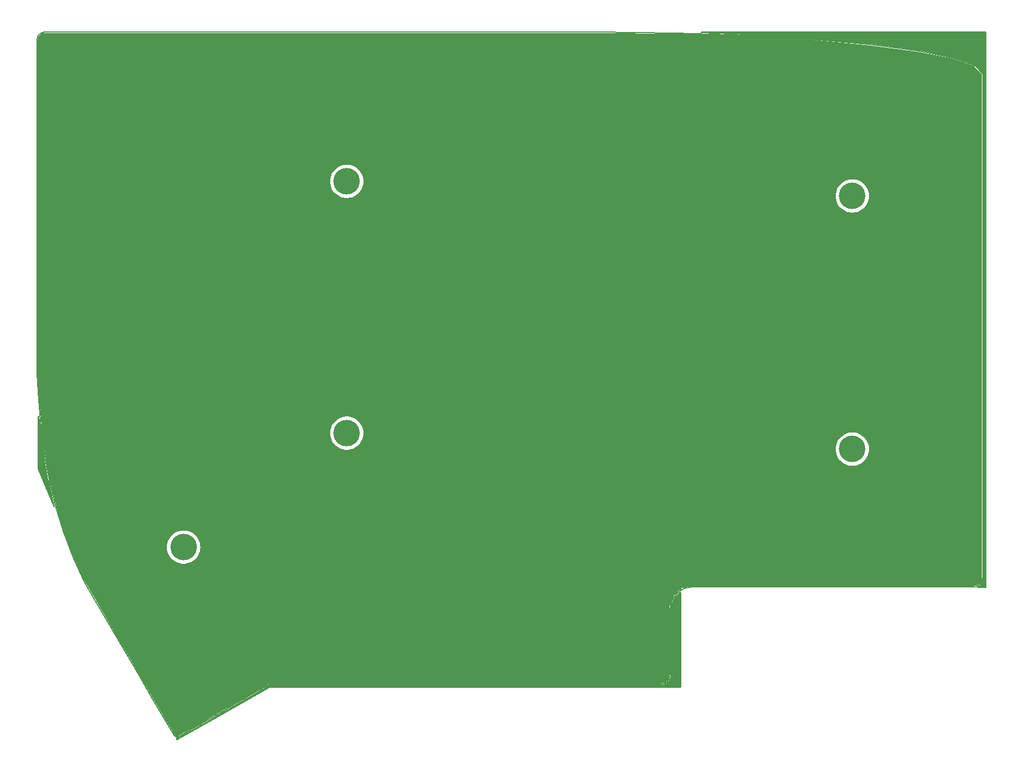
<source format=gtl>
G04 #@! TF.GenerationSoftware,KiCad,Pcbnew,7.0.10*
G04 #@! TF.CreationDate,2024-04-22T20:10:40+02:00*
G04 #@! TF.ProjectId,Lily58_Pro_BOTTOM,4c696c79-3538-45f5-9072-6f5f424f5454,rev?*
G04 #@! TF.SameCoordinates,Original*
G04 #@! TF.FileFunction,Copper,L1,Top*
G04 #@! TF.FilePolarity,Positive*
%FSLAX46Y46*%
G04 Gerber Fmt 4.6, Leading zero omitted, Abs format (unit mm)*
G04 Created by KiCad (PCBNEW 7.0.10) date 2024-04-22 20:10:40*
%MOMM*%
%LPD*%
G01*
G04 APERTURE LIST*
G04 #@! TA.AperFunction,ComponentPad*
%ADD10C,4.000000*%
G04 #@! TD*
G04 #@! TA.AperFunction,Profile*
%ADD11C,0.200000*%
G04 #@! TD*
G04 APERTURE END LIST*
D10*
X129600000Y-59600000D03*
X205800000Y-61800000D03*
X129600000Y-97600000D03*
X205800000Y-100000000D03*
X105000000Y-114800000D03*
G04 #@! TA.AperFunction,Conductor*
G36*
X179929107Y-121557285D02*
G01*
X179981619Y-121605066D01*
X180000000Y-121670595D01*
X180000000Y-135874000D01*
X179979998Y-135942121D01*
X179926342Y-135988614D01*
X179874000Y-136000000D01*
X118000000Y-136000000D01*
X110249623Y-140428787D01*
X104108426Y-143938042D01*
X104039356Y-143954472D01*
X103972369Y-143930953D01*
X103937076Y-143892130D01*
X103824400Y-143698970D01*
X103807353Y-143630051D01*
X103830274Y-143562856D01*
X103885884Y-143518719D01*
X103956528Y-143511655D01*
X103964452Y-143513412D01*
X103971768Y-143515284D01*
X103971768Y-143515283D01*
X103971773Y-143515285D01*
X103972318Y-143515336D01*
X103974257Y-143515618D01*
X103974798Y-143515654D01*
X103976778Y-143515629D01*
X103977304Y-143515648D01*
X103977310Y-143515650D01*
X103986999Y-143514497D01*
X103993789Y-143513878D01*
X104126577Y-143505403D01*
X104137744Y-143505188D01*
X104143601Y-143505335D01*
X104143605Y-143505333D01*
X104148084Y-143504739D01*
X104152483Y-143503752D01*
X104152487Y-143503750D01*
X104152491Y-143503750D01*
X104157940Y-143501586D01*
X104168492Y-143497930D01*
X104303155Y-143457878D01*
X104319384Y-143454198D01*
X104320297Y-143454054D01*
X104320300Y-143454052D01*
X104326546Y-143452024D01*
X104326857Y-143451899D01*
X104332769Y-143449071D01*
X104332769Y-143449070D01*
X104332772Y-143449070D01*
X104333525Y-143448550D01*
X104347833Y-143440026D01*
X104481123Y-143372131D01*
X104493025Y-143366826D01*
X104493331Y-143366707D01*
X104493337Y-143366706D01*
X104501844Y-143361779D01*
X104507783Y-143358552D01*
X104516553Y-143354085D01*
X104516552Y-143354085D01*
X104516557Y-143354083D01*
X104516560Y-143354079D01*
X104516834Y-143353881D01*
X104527764Y-143346773D01*
X106196581Y-142380618D01*
X106196581Y-142380617D01*
X106216537Y-142369064D01*
X106216544Y-142369057D01*
X107872276Y-141410479D01*
X107872275Y-141410479D01*
X109547970Y-140440341D01*
X109547970Y-140440340D01*
X109567926Y-140428787D01*
X109567933Y-140428780D01*
X111223665Y-139470202D01*
X111223665Y-139470201D01*
X111243621Y-139458648D01*
X111243628Y-139458641D01*
X112899359Y-138500063D01*
X112899359Y-138500062D01*
X112919315Y-138488509D01*
X112919322Y-138488502D01*
X114575054Y-137529924D01*
X114575054Y-137529923D01*
X114595010Y-137518370D01*
X114595017Y-137518363D01*
X116250748Y-136559785D01*
X116250748Y-136559784D01*
X116270704Y-136548231D01*
X116270711Y-136548224D01*
X117858270Y-135629113D01*
X117921400Y-135612158D01*
X125216778Y-135612158D01*
X132586300Y-135612158D01*
X139955821Y-135612158D01*
X147325343Y-135612158D01*
X154694865Y-135612158D01*
X162064387Y-135612158D01*
X169433909Y-135612158D01*
X176795037Y-135612158D01*
X176803654Y-135613082D01*
X176803677Y-135612685D01*
X176813572Y-135613247D01*
X176813574Y-135613246D01*
X176813576Y-135613247D01*
X176818106Y-135612790D01*
X176830725Y-135612158D01*
X176835267Y-135612158D01*
X176845067Y-135610605D01*
X176845129Y-135611001D01*
X176853607Y-135609216D01*
X177119090Y-135582495D01*
X177133405Y-135581875D01*
X177136406Y-135581916D01*
X177136411Y-135581914D01*
X177142148Y-135581085D01*
X177147739Y-135579613D01*
X177147740Y-135579612D01*
X177147745Y-135579612D01*
X177150512Y-135578394D01*
X177163927Y-135573381D01*
X177420494Y-135493825D01*
X177434913Y-135490271D01*
X177435385Y-135490183D01*
X177437428Y-135489806D01*
X177437431Y-135489804D01*
X177443073Y-135487810D01*
X177448463Y-135485155D01*
X177448464Y-135485154D01*
X177448468Y-135485153D01*
X177450557Y-135483677D01*
X177463147Y-135475853D01*
X177694126Y-135350563D01*
X177707984Y-135344102D01*
X177709981Y-135343315D01*
X177709982Y-135343313D01*
X177715309Y-135340173D01*
X177720209Y-135336415D01*
X177720218Y-135336411D01*
X177721700Y-135334849D01*
X177732865Y-135324436D01*
X177933487Y-135158944D01*
X177945981Y-135149868D01*
X177947659Y-135148801D01*
X177947662Y-135148796D01*
X177947665Y-135148795D01*
X177952346Y-135144656D01*
X177956485Y-135139975D01*
X177956486Y-135139972D01*
X177956491Y-135139969D01*
X177957558Y-135138291D01*
X177966634Y-135125797D01*
X178132118Y-134925185D01*
X178142542Y-134914009D01*
X178143043Y-134913532D01*
X178144100Y-134912529D01*
X178144103Y-134912522D01*
X178147861Y-134907622D01*
X178151003Y-134902293D01*
X178151002Y-134902293D01*
X178151004Y-134902292D01*
X178151791Y-134900295D01*
X178158255Y-134886432D01*
X178283536Y-134655468D01*
X178291373Y-134642858D01*
X178292841Y-134640779D01*
X178292842Y-134640778D01*
X178292842Y-134640775D01*
X178295495Y-134635391D01*
X178297493Y-134629742D01*
X178297493Y-134629740D01*
X178297495Y-134629737D01*
X178297959Y-134627225D01*
X178301507Y-134612830D01*
X178381069Y-134356244D01*
X178386088Y-134342814D01*
X178387302Y-134340056D01*
X178387302Y-134340049D01*
X178388775Y-134334457D01*
X178389604Y-134328721D01*
X178389606Y-134328716D01*
X178389565Y-134325716D01*
X178390185Y-134311401D01*
X178413643Y-134078345D01*
X178419178Y-134052029D01*
X178419848Y-134049969D01*
X178419848Y-134023035D01*
X178420481Y-134010416D01*
X178420937Y-134005882D01*
X178420375Y-133995987D01*
X178420772Y-133995964D01*
X178419848Y-133987347D01*
X178419848Y-124301111D01*
X178420481Y-124288493D01*
X178423803Y-124255490D01*
X178488106Y-123616615D01*
X178493123Y-123591933D01*
X178683558Y-122977779D01*
X178693150Y-122955022D01*
X178994582Y-122399316D01*
X179008131Y-122379227D01*
X179407587Y-121894979D01*
X179424596Y-121877970D01*
X179793823Y-121573396D01*
X179859099Y-121545479D01*
X179929107Y-121557285D01*
G37*
G04 #@! TD.AperFunction*
G04 #@! TA.AperFunction,Conductor*
G36*
X167251074Y-37187269D02*
G01*
X178985972Y-37316120D01*
X178988679Y-37316181D01*
X189913313Y-37685720D01*
X189916473Y-37685867D01*
X199798311Y-38270610D01*
X199802059Y-38270890D01*
X208407070Y-39045234D01*
X208412250Y-39045810D01*
X215505001Y-39983796D01*
X215513278Y-39985173D01*
X220853958Y-41059247D01*
X220870917Y-41063911D01*
X224192002Y-42232306D01*
X224242787Y-42265720D01*
X225326104Y-43439841D01*
X225357597Y-43503470D01*
X225359500Y-43525283D01*
X225359500Y-119278346D01*
X225358867Y-119290965D01*
X225331836Y-119559518D01*
X225326816Y-119584216D01*
X225252831Y-119822816D01*
X225243240Y-119845576D01*
X225126100Y-120061530D01*
X225112545Y-120081628D01*
X224957210Y-120269935D01*
X224940190Y-120286954D01*
X224751897Y-120442276D01*
X224731796Y-120455833D01*
X224515841Y-120572974D01*
X224493082Y-120582566D01*
X224316269Y-120637392D01*
X224254478Y-120656552D01*
X224229782Y-120661572D01*
X223961240Y-120688602D01*
X223948621Y-120689235D01*
X181843658Y-120689235D01*
X181835040Y-120688309D01*
X181835018Y-120688709D01*
X181825120Y-120688146D01*
X181825119Y-120688146D01*
X181820590Y-120688602D01*
X181807972Y-120689235D01*
X181803431Y-120689235D01*
X181803428Y-120689235D01*
X181793642Y-120690786D01*
X181793579Y-120690392D01*
X181785103Y-120692173D01*
X181116284Y-120759491D01*
X181101979Y-120760113D01*
X181098964Y-120760072D01*
X181093221Y-120760902D01*
X181087616Y-120762378D01*
X181084849Y-120763596D01*
X181071434Y-120768608D01*
X180439317Y-120964613D01*
X180424927Y-120968163D01*
X180422401Y-120968630D01*
X180416736Y-120970633D01*
X180411357Y-120973284D01*
X180409257Y-120974767D01*
X180396676Y-120982582D01*
X180392680Y-120984750D01*
X180332595Y-121000000D01*
X180000000Y-121000000D01*
X180000000Y-121122755D01*
X179979998Y-121190876D01*
X179934077Y-121233510D01*
X179825949Y-121292162D01*
X179812105Y-121298619D01*
X179810099Y-121299410D01*
X179804771Y-121302550D01*
X179799857Y-121306318D01*
X179798377Y-121307877D01*
X179787202Y-121318297D01*
X179290673Y-121727883D01*
X179278173Y-121736965D01*
X179276491Y-121738035D01*
X179271801Y-121742181D01*
X179267652Y-121746875D01*
X179266581Y-121748557D01*
X179257501Y-121761052D01*
X178847913Y-122257585D01*
X178837494Y-122268760D01*
X178835931Y-122270244D01*
X178832162Y-122275160D01*
X178829022Y-122280487D01*
X178828227Y-122282503D01*
X178821774Y-122296338D01*
X178512196Y-122867061D01*
X178504376Y-122879650D01*
X178502897Y-122881744D01*
X178500241Y-122887134D01*
X178498243Y-122892785D01*
X178497776Y-122895313D01*
X178494225Y-122909709D01*
X178298220Y-123541823D01*
X178293210Y-123555233D01*
X178291991Y-123558003D01*
X178290516Y-123563605D01*
X178289685Y-123569351D01*
X178289726Y-123572367D01*
X178289104Y-123586672D01*
X178221786Y-124255490D01*
X178220005Y-124263966D01*
X178220399Y-124264029D01*
X178218848Y-124273821D01*
X178218848Y-124278358D01*
X178218215Y-124290975D01*
X178217759Y-124295505D01*
X178218322Y-124305406D01*
X178217922Y-124305428D01*
X178218848Y-124314046D01*
X178218848Y-134000279D01*
X178218215Y-134012898D01*
X178191185Y-134281440D01*
X178186165Y-134306139D01*
X178112179Y-134544740D01*
X178102588Y-134567499D01*
X177985446Y-134783457D01*
X177971891Y-134803554D01*
X177816565Y-134991851D01*
X177799545Y-135008871D01*
X177611244Y-135164200D01*
X177591144Y-135177757D01*
X177375185Y-135294901D01*
X177352423Y-135304493D01*
X177113829Y-135378474D01*
X177089132Y-135383493D01*
X176820589Y-135410524D01*
X176807970Y-135411158D01*
X117912594Y-135411158D01*
X117893141Y-135407035D01*
X117893083Y-135407602D01*
X117873233Y-135405540D01*
X117873232Y-135405540D01*
X117825733Y-135415695D01*
X117821691Y-135417252D01*
X117803404Y-135425406D01*
X117801064Y-135426166D01*
X117784920Y-135437896D01*
X117783886Y-135436473D01*
X117773176Y-135446121D01*
X116916451Y-135942121D01*
X116150040Y-136385833D01*
X116150039Y-136385834D01*
X114474346Y-137355973D01*
X112798651Y-138326111D01*
X112798650Y-138326112D01*
X111122957Y-139296251D01*
X109447262Y-140266389D01*
X109447261Y-140266390D01*
X107771568Y-141236529D01*
X107771567Y-141236529D01*
X106095871Y-142206666D01*
X106095872Y-142206667D01*
X104411669Y-143181732D01*
X104405727Y-143184962D01*
X104261663Y-143258344D01*
X104240396Y-143266841D01*
X104126121Y-143300831D01*
X104098223Y-143305804D01*
X104004350Y-143311794D01*
X103971810Y-143309642D01*
X103891844Y-143293780D01*
X103860123Y-143282942D01*
X103783898Y-143244924D01*
X103758455Y-143228109D01*
X103679861Y-143161189D01*
X103662336Y-143142926D01*
X103582135Y-143040461D01*
X103571059Y-143023712D01*
X103498248Y-142891847D01*
X103495302Y-142885561D01*
X103493219Y-142881998D01*
X103486573Y-142870631D01*
X103485106Y-142868051D01*
X103478710Y-142856465D01*
X103478707Y-142856462D01*
X103476724Y-142852870D01*
X103472814Y-142847095D01*
X103200104Y-142380618D01*
X102001536Y-140330436D01*
X101825985Y-140030150D01*
X101825985Y-140030149D01*
X100121683Y-137114896D01*
X100121680Y-137114892D01*
X98474596Y-134297511D01*
X98474596Y-134297510D01*
X96770294Y-131382257D01*
X96770291Y-131382253D01*
X95123207Y-128564872D01*
X95123207Y-128564871D01*
X93418905Y-125649618D01*
X93418902Y-125649614D01*
X91771818Y-122832233D01*
X91771818Y-122832232D01*
X90084806Y-119946554D01*
X90079262Y-119935944D01*
X89768506Y-119265431D01*
X89133310Y-117894875D01*
X89131149Y-117889933D01*
X87858826Y-114800006D01*
X102486540Y-114800006D01*
X102506357Y-115115007D01*
X102506359Y-115115024D01*
X102565504Y-115425067D01*
X102565507Y-115425080D01*
X102663039Y-115725254D01*
X102663044Y-115725266D01*
X102797438Y-116010869D01*
X102797440Y-116010872D01*
X102797443Y-116010878D01*
X102966562Y-116277368D01*
X103167763Y-116520578D01*
X103167766Y-116520580D01*
X103167767Y-116520582D01*
X103397860Y-116736654D01*
X103653221Y-116922184D01*
X103929821Y-117074247D01*
X104223298Y-117190443D01*
X104529025Y-117268940D01*
X104529033Y-117268941D01*
X104529032Y-117268941D01*
X104693129Y-117289670D01*
X104842179Y-117308500D01*
X104842183Y-117308500D01*
X105157817Y-117308500D01*
X105157821Y-117308500D01*
X105470975Y-117268940D01*
X105776702Y-117190443D01*
X106070179Y-117074247D01*
X106346779Y-116922184D01*
X106602140Y-116736654D01*
X106832233Y-116520582D01*
X107033432Y-116277375D01*
X107033434Y-116277370D01*
X107033437Y-116277368D01*
X107202556Y-116010878D01*
X107202562Y-116010869D01*
X107336956Y-115725266D01*
X107434495Y-115425072D01*
X107493641Y-115115020D01*
X107513460Y-114800000D01*
X107493641Y-114484980D01*
X107434495Y-114174928D01*
X107336956Y-113874734D01*
X107202562Y-113589131D01*
X107202556Y-113589121D01*
X107033437Y-113322631D01*
X106832236Y-113079421D01*
X106602139Y-112863345D01*
X106346781Y-112677817D01*
X106164915Y-112577835D01*
X106070179Y-112525753D01*
X105776702Y-112409557D01*
X105470975Y-112331060D01*
X105470970Y-112331059D01*
X105470965Y-112331058D01*
X105470967Y-112331058D01*
X105157835Y-112291501D01*
X105157824Y-112291500D01*
X105157821Y-112291500D01*
X104842179Y-112291500D01*
X104842176Y-112291500D01*
X104842164Y-112291501D01*
X104529033Y-112331058D01*
X104223301Y-112409556D01*
X103929821Y-112525753D01*
X103653218Y-112677817D01*
X103397861Y-112863345D01*
X103397860Y-112863345D01*
X103167763Y-113079421D01*
X102966562Y-113322631D01*
X102797443Y-113589121D01*
X102797436Y-113589135D01*
X102663044Y-113874732D01*
X102663039Y-113874745D01*
X102565507Y-114174919D01*
X102565504Y-114174932D01*
X102506359Y-114484975D01*
X102506357Y-114484992D01*
X102486540Y-114799993D01*
X102486540Y-114800006D01*
X87858826Y-114800006D01*
X87474754Y-113867260D01*
X87473421Y-113863882D01*
X86959803Y-112502265D01*
X86957102Y-112494310D01*
X86931444Y-112409557D01*
X85786165Y-108626524D01*
X85784196Y-108619233D01*
X84846271Y-104677941D01*
X84844871Y-104671255D01*
X84537307Y-102975075D01*
X84120835Y-100678275D01*
X84119898Y-100672282D01*
X83715654Y-97600006D01*
X127086540Y-97600006D01*
X127106357Y-97915007D01*
X127106359Y-97915024D01*
X127165504Y-98225067D01*
X127165507Y-98225080D01*
X127263039Y-98525254D01*
X127263044Y-98525266D01*
X127397438Y-98810869D01*
X127397440Y-98810872D01*
X127397443Y-98810878D01*
X127566562Y-99077368D01*
X127767763Y-99320578D01*
X127767766Y-99320580D01*
X127767767Y-99320582D01*
X127997860Y-99536654D01*
X128253221Y-99722184D01*
X128529821Y-99874247D01*
X128823298Y-99990443D01*
X129129025Y-100068940D01*
X129129033Y-100068941D01*
X129129032Y-100068941D01*
X129293129Y-100089670D01*
X129442179Y-100108500D01*
X129442183Y-100108500D01*
X129757817Y-100108500D01*
X129757821Y-100108500D01*
X130070975Y-100068940D01*
X130339456Y-100000006D01*
X203286540Y-100000006D01*
X203306357Y-100315007D01*
X203306359Y-100315024D01*
X203365504Y-100625067D01*
X203365507Y-100625080D01*
X203463039Y-100925254D01*
X203463044Y-100925266D01*
X203597438Y-101210869D01*
X203597440Y-101210872D01*
X203597443Y-101210878D01*
X203766562Y-101477368D01*
X203967763Y-101720578D01*
X203967766Y-101720580D01*
X203967767Y-101720582D01*
X204197860Y-101936654D01*
X204453221Y-102122184D01*
X204729821Y-102274247D01*
X205023298Y-102390443D01*
X205329025Y-102468940D01*
X205329033Y-102468941D01*
X205329032Y-102468941D01*
X205493129Y-102489670D01*
X205642179Y-102508500D01*
X205642183Y-102508500D01*
X205957817Y-102508500D01*
X205957821Y-102508500D01*
X206270975Y-102468940D01*
X206576702Y-102390443D01*
X206870179Y-102274247D01*
X207146779Y-102122184D01*
X207402140Y-101936654D01*
X207632233Y-101720582D01*
X207833432Y-101477375D01*
X207833434Y-101477370D01*
X207833437Y-101477368D01*
X208002556Y-101210878D01*
X208002562Y-101210869D01*
X208136956Y-100925266D01*
X208234495Y-100625072D01*
X208293641Y-100315020D01*
X208313460Y-100000000D01*
X208305548Y-99874247D01*
X208293642Y-99684992D01*
X208293640Y-99684975D01*
X208265346Y-99536654D01*
X208234495Y-99374928D01*
X208216836Y-99320578D01*
X208136960Y-99074745D01*
X208136955Y-99074732D01*
X208002562Y-98789131D01*
X208002556Y-98789121D01*
X207833437Y-98522631D01*
X207632236Y-98279421D01*
X207402139Y-98063345D01*
X207146781Y-97877817D01*
X207104385Y-97854509D01*
X206870179Y-97725753D01*
X206576702Y-97609557D01*
X206270975Y-97531060D01*
X206270970Y-97531059D01*
X206270965Y-97531058D01*
X206270967Y-97531058D01*
X205957835Y-97491501D01*
X205957824Y-97491500D01*
X205957821Y-97491500D01*
X205642179Y-97491500D01*
X205642176Y-97491500D01*
X205642164Y-97491501D01*
X205329033Y-97531058D01*
X205023301Y-97609556D01*
X204729821Y-97725753D01*
X204453218Y-97877817D01*
X204197861Y-98063345D01*
X204197860Y-98063345D01*
X203967763Y-98279421D01*
X203766562Y-98522631D01*
X203597443Y-98789121D01*
X203597436Y-98789135D01*
X203463044Y-99074732D01*
X203463039Y-99074745D01*
X203365507Y-99374919D01*
X203365504Y-99374932D01*
X203306359Y-99684975D01*
X203306357Y-99684992D01*
X203286540Y-99999993D01*
X203286540Y-100000006D01*
X130339456Y-100000006D01*
X130376702Y-99990443D01*
X130670179Y-99874247D01*
X130946779Y-99722184D01*
X131202140Y-99536654D01*
X131432233Y-99320582D01*
X131633432Y-99077375D01*
X131633434Y-99077370D01*
X131633437Y-99077368D01*
X131802556Y-98810878D01*
X131802562Y-98810869D01*
X131936956Y-98525266D01*
X132034495Y-98225072D01*
X132093641Y-97915020D01*
X132095982Y-97877816D01*
X132113460Y-97600006D01*
X132113460Y-97599993D01*
X132093642Y-97284992D01*
X132093640Y-97284975D01*
X132034495Y-96974928D01*
X132019768Y-96929605D01*
X131936960Y-96674745D01*
X131936955Y-96674732D01*
X131802562Y-96389131D01*
X131802556Y-96389121D01*
X131633437Y-96122631D01*
X131432236Y-95879421D01*
X131202139Y-95663345D01*
X130946781Y-95477817D01*
X130904385Y-95454509D01*
X130670179Y-95325753D01*
X130376702Y-95209557D01*
X130070975Y-95131060D01*
X130070970Y-95131059D01*
X130070965Y-95131058D01*
X130070967Y-95131058D01*
X129757835Y-95091501D01*
X129757824Y-95091500D01*
X129757821Y-95091500D01*
X129442179Y-95091500D01*
X129442176Y-95091500D01*
X129442164Y-95091501D01*
X129129033Y-95131058D01*
X128823301Y-95209556D01*
X128529821Y-95325753D01*
X128253218Y-95477817D01*
X127997861Y-95663345D01*
X127997860Y-95663345D01*
X127767763Y-95879421D01*
X127566562Y-96122631D01*
X127397443Y-96389121D01*
X127397436Y-96389135D01*
X127263044Y-96674732D01*
X127263039Y-96674745D01*
X127165507Y-96974919D01*
X127165504Y-96974932D01*
X127106359Y-97284975D01*
X127106357Y-97284992D01*
X127086540Y-97599993D01*
X127086540Y-97600006D01*
X83715654Y-97600006D01*
X83590575Y-96649395D01*
X83589983Y-96643987D01*
X83567613Y-96389121D01*
X83236182Y-92613084D01*
X83235856Y-92608326D01*
X83038180Y-88587876D01*
X83038028Y-88581688D01*
X83038028Y-59600006D01*
X127086540Y-59600006D01*
X127106357Y-59915007D01*
X127106359Y-59915024D01*
X127165504Y-60225067D01*
X127165507Y-60225080D01*
X127263039Y-60525254D01*
X127263044Y-60525267D01*
X127293096Y-60589131D01*
X127397438Y-60810869D01*
X127397440Y-60810872D01*
X127397443Y-60810878D01*
X127566562Y-61077368D01*
X127767763Y-61320578D01*
X127767766Y-61320580D01*
X127767767Y-61320582D01*
X127997860Y-61536654D01*
X128253221Y-61722184D01*
X128529821Y-61874247D01*
X128823298Y-61990443D01*
X129129025Y-62068940D01*
X129129033Y-62068941D01*
X129129032Y-62068941D01*
X129293129Y-62089670D01*
X129442179Y-62108500D01*
X129442183Y-62108500D01*
X129757817Y-62108500D01*
X129757821Y-62108500D01*
X130070975Y-62068940D01*
X130376702Y-61990443D01*
X130670179Y-61874247D01*
X130805222Y-61800006D01*
X203286540Y-61800006D01*
X203306357Y-62115007D01*
X203306359Y-62115024D01*
X203365504Y-62425067D01*
X203365507Y-62425080D01*
X203463039Y-62725254D01*
X203463044Y-62725266D01*
X203597438Y-63010869D01*
X203597440Y-63010872D01*
X203597443Y-63010878D01*
X203766562Y-63277368D01*
X203967763Y-63520578D01*
X203967766Y-63520580D01*
X203967767Y-63520582D01*
X204197860Y-63736654D01*
X204453221Y-63922184D01*
X204729821Y-64074247D01*
X205023298Y-64190443D01*
X205329025Y-64268940D01*
X205329033Y-64268941D01*
X205329032Y-64268941D01*
X205493129Y-64289670D01*
X205642179Y-64308500D01*
X205642183Y-64308500D01*
X205957817Y-64308500D01*
X205957821Y-64308500D01*
X206270975Y-64268940D01*
X206576702Y-64190443D01*
X206870179Y-64074247D01*
X207146779Y-63922184D01*
X207402140Y-63736654D01*
X207632233Y-63520582D01*
X207833432Y-63277375D01*
X207833434Y-63277370D01*
X207833437Y-63277368D01*
X208002556Y-63010878D01*
X208002562Y-63010869D01*
X208136956Y-62725266D01*
X208234495Y-62425072D01*
X208293641Y-62115020D01*
X208294051Y-62108500D01*
X208313460Y-61800006D01*
X208313460Y-61799993D01*
X208293642Y-61484992D01*
X208293640Y-61484975D01*
X208262279Y-61320578D01*
X208234495Y-61174928D01*
X208136956Y-60874734D01*
X208002562Y-60589131D01*
X207962033Y-60525267D01*
X207833437Y-60322631D01*
X207632236Y-60079421D01*
X207402139Y-59863345D01*
X207146781Y-59677817D01*
X207005220Y-59599993D01*
X206870179Y-59525753D01*
X206576702Y-59409557D01*
X206270975Y-59331060D01*
X206270970Y-59331059D01*
X206270965Y-59331058D01*
X206270967Y-59331058D01*
X205957835Y-59291501D01*
X205957824Y-59291500D01*
X205957821Y-59291500D01*
X205642179Y-59291500D01*
X205642176Y-59291500D01*
X205642164Y-59291501D01*
X205329033Y-59331058D01*
X205023301Y-59409556D01*
X204729821Y-59525753D01*
X204453218Y-59677817D01*
X204197861Y-59863345D01*
X204197860Y-59863345D01*
X203967763Y-60079421D01*
X203766562Y-60322631D01*
X203597443Y-60589121D01*
X203597436Y-60589135D01*
X203463044Y-60874732D01*
X203463039Y-60874745D01*
X203365507Y-61174919D01*
X203365504Y-61174932D01*
X203306359Y-61484975D01*
X203306357Y-61484992D01*
X203286540Y-61799993D01*
X203286540Y-61800006D01*
X130805222Y-61800006D01*
X130946779Y-61722184D01*
X131202140Y-61536654D01*
X131432233Y-61320582D01*
X131633432Y-61077375D01*
X131633434Y-61077370D01*
X131633437Y-61077368D01*
X131802556Y-60810878D01*
X131802562Y-60810869D01*
X131936956Y-60525266D01*
X132034495Y-60225072D01*
X132093641Y-59915020D01*
X132096892Y-59863345D01*
X132113460Y-59600006D01*
X132113460Y-59599993D01*
X132093642Y-59284992D01*
X132093640Y-59284975D01*
X132034495Y-58974928D01*
X131936956Y-58674734D01*
X131802562Y-58389131D01*
X131802556Y-58389121D01*
X131633437Y-58122631D01*
X131432236Y-57879421D01*
X131202139Y-57663345D01*
X130946781Y-57477817D01*
X130904385Y-57454509D01*
X130670179Y-57325753D01*
X130376702Y-57209557D01*
X130070975Y-57131060D01*
X130070970Y-57131059D01*
X130070965Y-57131058D01*
X130070967Y-57131058D01*
X129757835Y-57091501D01*
X129757824Y-57091500D01*
X129757821Y-57091500D01*
X129442179Y-57091500D01*
X129442176Y-57091500D01*
X129442164Y-57091501D01*
X129129033Y-57131058D01*
X128823301Y-57209556D01*
X128529821Y-57325753D01*
X128253218Y-57477817D01*
X127997861Y-57663345D01*
X127997860Y-57663345D01*
X127767763Y-57879421D01*
X127566562Y-58122631D01*
X127397443Y-58389121D01*
X127397436Y-58389135D01*
X127263044Y-58674732D01*
X127263039Y-58674745D01*
X127165507Y-58974919D01*
X127165504Y-58974932D01*
X127106359Y-59284975D01*
X127106357Y-59284992D01*
X127086540Y-59599993D01*
X127086540Y-59600006D01*
X83038028Y-59600006D01*
X83038028Y-38154913D01*
X83038661Y-38142295D01*
X83045769Y-38071677D01*
X83057238Y-37957722D01*
X83062258Y-37933026D01*
X83069257Y-37910454D01*
X83110040Y-37778923D01*
X83119627Y-37756175D01*
X83195311Y-37616649D01*
X83208868Y-37596550D01*
X83300133Y-37485912D01*
X83309269Y-37474836D01*
X83326283Y-37457821D01*
X83448007Y-37357411D01*
X83468089Y-37343867D01*
X83607619Y-37268182D01*
X83630365Y-37258596D01*
X83784486Y-37210806D01*
X83809168Y-37205790D01*
X83965069Y-37190099D01*
X83986970Y-37187895D01*
X83999587Y-37187262D01*
X94380127Y-37187262D01*
X104787960Y-37187262D01*
X115195794Y-37187262D01*
X125603628Y-37187262D01*
X136011462Y-37187262D01*
X146419296Y-37187262D01*
X156827130Y-37187262D01*
X167249692Y-37187262D01*
X167251074Y-37187269D01*
G37*
G04 #@! TD.AperFunction*
G04 #@! TA.AperFunction,Conductor*
G36*
X225942121Y-37020002D02*
G01*
X225988614Y-37073658D01*
X226000000Y-37126000D01*
X226000000Y-120874000D01*
X225979998Y-120942121D01*
X225926342Y-120988614D01*
X225874000Y-121000000D01*
X224649385Y-121000000D01*
X224581264Y-120979998D01*
X224534771Y-120926342D01*
X224524667Y-120856068D01*
X224554161Y-120791488D01*
X224581831Y-120770134D01*
X224581003Y-120768962D01*
X224589116Y-120763230D01*
X224589120Y-120763229D01*
X224591209Y-120761753D01*
X224603799Y-120753929D01*
X224834778Y-120628639D01*
X224848636Y-120622178D01*
X224850633Y-120621391D01*
X224850634Y-120621389D01*
X224855961Y-120618249D01*
X224860866Y-120614489D01*
X224860865Y-120614489D01*
X224860870Y-120614487D01*
X224862358Y-120612919D01*
X224873520Y-120602511D01*
X225074126Y-120437030D01*
X225086634Y-120427945D01*
X225088310Y-120426879D01*
X225088314Y-120426874D01*
X225092994Y-120422737D01*
X225097137Y-120418050D01*
X225097136Y-120418050D01*
X225097142Y-120418046D01*
X225098205Y-120416375D01*
X225107297Y-120403860D01*
X225203733Y-120286954D01*
X225272773Y-120203259D01*
X225283203Y-120192076D01*
X225284752Y-120190606D01*
X225284755Y-120190599D01*
X225288518Y-120185691D01*
X225291652Y-120180376D01*
X225291652Y-120180374D01*
X225291657Y-120180369D01*
X225292450Y-120178356D01*
X225298899Y-120164522D01*
X225424188Y-119933545D01*
X225432025Y-119920935D01*
X225433493Y-119918856D01*
X225433494Y-119918855D01*
X225433494Y-119918852D01*
X225436147Y-119913468D01*
X225438145Y-119907819D01*
X225438145Y-119907817D01*
X225438147Y-119907814D01*
X225438611Y-119905302D01*
X225442159Y-119890907D01*
X225521723Y-119634313D01*
X225526732Y-119620907D01*
X225527953Y-119618133D01*
X225527953Y-119618128D01*
X225529425Y-119612535D01*
X225530254Y-119606799D01*
X225530257Y-119606792D01*
X225530216Y-119603792D01*
X225530836Y-119589478D01*
X225557558Y-119323990D01*
X225559343Y-119315514D01*
X225558947Y-119315452D01*
X225560500Y-119305650D01*
X225560500Y-119301101D01*
X225561133Y-119288482D01*
X225561588Y-119283963D01*
X225561586Y-119283956D01*
X225561025Y-119274068D01*
X225561424Y-119274045D01*
X225560500Y-119265431D01*
X225560500Y-43459163D01*
X225562944Y-43434468D01*
X225564950Y-43424432D01*
X225556842Y-43406802D01*
X225551488Y-43393103D01*
X225545490Y-43374643D01*
X225537203Y-43368622D01*
X225518660Y-43352128D01*
X224387904Y-42126589D01*
X224379031Y-42111022D01*
X224376772Y-42112582D01*
X224365434Y-42096159D01*
X224365434Y-42096158D01*
X224355102Y-42088263D01*
X224345144Y-42079187D01*
X224341497Y-42076307D01*
X224326895Y-42066698D01*
X224322811Y-42064491D01*
X224310511Y-42058926D01*
X224299180Y-42052566D01*
X224279617Y-42048656D01*
X224280154Y-42045969D01*
X224262346Y-42043978D01*
X222423355Y-41396999D01*
X220941336Y-40875608D01*
X220929267Y-40870139D01*
X220924737Y-40868457D01*
X220924680Y-40868446D01*
X220907712Y-40863779D01*
X220907659Y-40863760D01*
X220902921Y-40862891D01*
X220889734Y-40861417D01*
X215569171Y-39791390D01*
X215558148Y-39788651D01*
X215554652Y-39787612D01*
X215548577Y-39786809D01*
X215546365Y-39786516D01*
X215538081Y-39785137D01*
X215529907Y-39783494D01*
X215529897Y-39783492D01*
X215526249Y-39783341D01*
X215514960Y-39782362D01*
X208457689Y-38849069D01*
X208446924Y-38847009D01*
X208434464Y-38845887D01*
X208429252Y-38845308D01*
X208416851Y-38843668D01*
X208405901Y-38843317D01*
X199840819Y-38072565D01*
X199832489Y-38071282D01*
X199817052Y-38070368D01*
X199813211Y-38070081D01*
X199797810Y-38068695D01*
X199789368Y-38068729D01*
X189949899Y-37486494D01*
X189942825Y-37485605D01*
X189925787Y-37485027D01*
X189922629Y-37484880D01*
X189905631Y-37483875D01*
X189898482Y-37484104D01*
X183034708Y-37251928D01*
X182967303Y-37229634D01*
X182922650Y-37174438D01*
X182914928Y-37103862D01*
X182946587Y-37040315D01*
X183007577Y-37003973D01*
X183038968Y-37000000D01*
X225874000Y-37000000D01*
X225942121Y-37020002D01*
G37*
G04 #@! TD.AperFunction*
G04 #@! TA.AperFunction,Conductor*
G36*
X83208512Y-95002415D02*
G01*
X83246896Y-95062141D01*
X83251517Y-95086622D01*
X83388088Y-96642605D01*
X83388435Y-96653905D01*
X83390018Y-96665929D01*
X83390612Y-96671352D01*
X83391669Y-96683401D01*
X83393775Y-96694491D01*
X83918217Y-100680279D01*
X83919168Y-100692678D01*
X83921103Y-100703351D01*
X83922045Y-100709373D01*
X83923462Y-100720137D01*
X83926343Y-100732244D01*
X84643938Y-104689705D01*
X84645590Y-104702532D01*
X84645628Y-104703026D01*
X84645628Y-104703028D01*
X84647894Y-104712552D01*
X84649290Y-104719215D01*
X84651035Y-104728841D01*
X84651192Y-104729288D01*
X84654836Y-104741722D01*
X85567900Y-108578546D01*
X85564212Y-108649447D01*
X85522777Y-108707098D01*
X85456752Y-108733197D01*
X85387097Y-108719456D01*
X85335929Y-108670238D01*
X85328814Y-108655690D01*
X83009491Y-103023049D01*
X83000000Y-102975075D01*
X83000000Y-95097639D01*
X83020002Y-95029518D01*
X83073658Y-94983025D01*
X83143932Y-94972921D01*
X83208512Y-95002415D01*
G37*
G04 #@! TD.AperFunction*
D11*
X116186619Y-136480784D02*
X117862313Y-135510645D01*
X114510925Y-137450923D02*
X116186619Y-136480784D01*
X82937528Y-50750629D02*
X82937528Y-44443695D01*
X82937528Y-57057562D02*
X82937528Y-50750629D01*
X115211711Y-37086762D02*
X104803877Y-37086762D01*
X218692418Y-120789735D02*
X223959999Y-120789735D01*
X213424836Y-120789735D02*
X218692418Y-120789735D01*
X208157255Y-120789735D02*
X213424836Y-120789735D01*
X202889673Y-120789735D02*
X208157255Y-120789735D01*
X197622092Y-120789735D02*
X202889673Y-120789735D01*
X192354511Y-120789735D02*
X197622092Y-120789735D01*
X187086929Y-120789735D02*
X192354511Y-120789735D01*
X181819348Y-120789735D02*
X187086929Y-120789735D01*
X181113524Y-120860778D02*
X181819348Y-120789735D01*
X180456326Y-121064561D02*
X181113524Y-120860778D01*
X179861773Y-121387065D02*
X180456326Y-121064561D01*
X179343884Y-121814271D02*
X179861773Y-121387065D01*
X178916678Y-122332160D02*
X179343884Y-121814271D01*
X178594174Y-122926713D02*
X178916678Y-122332160D01*
X178390391Y-123583911D02*
X178594174Y-122926713D01*
X178319348Y-124289735D02*
X178390391Y-123583911D01*
X199807654Y-38170488D02*
X189919538Y-37585374D01*
X208420758Y-38945561D02*
X199807654Y-38170488D01*
X215525697Y-39885159D02*
X208420758Y-38945561D01*
X220889319Y-40963847D02*
X215525697Y-39885159D01*
X178989563Y-37215654D02*
X167250881Y-37086762D01*
X189919538Y-37585374D02*
X178989563Y-37215654D01*
X177658308Y-135255660D02*
X177403500Y-135393876D01*
X177880261Y-135072571D02*
X177658308Y-135255660D01*
X178063349Y-134850619D02*
X177880261Y-135072571D01*
X178201565Y-134595810D02*
X178063349Y-134850619D01*
X178288901Y-134314154D02*
X178201565Y-134595810D01*
X178319348Y-134011658D02*
X178288901Y-134314154D01*
X225460000Y-52918378D02*
X225460000Y-62400000D01*
X225460000Y-43436755D02*
X225460000Y-52918378D01*
X82937528Y-69671429D02*
X82937528Y-63364495D01*
X82937528Y-75978362D02*
X82937528Y-69671429D01*
X82937528Y-82285296D02*
X82937528Y-75978362D01*
X82937528Y-88592229D02*
X82937528Y-82285296D01*
X104803877Y-37086762D02*
X94396044Y-37086762D01*
X125619545Y-37086762D02*
X115211711Y-37086762D01*
X136027379Y-37086762D02*
X125619545Y-37086762D01*
X146435213Y-37086762D02*
X136027379Y-37086762D01*
X156843047Y-37086762D02*
X146435213Y-37086762D01*
X167250881Y-37086762D02*
X156843047Y-37086762D01*
X83400937Y-37265961D02*
X83579303Y-37169210D01*
X83245570Y-37394123D02*
X83400937Y-37265961D01*
X83117409Y-37549489D02*
X83245570Y-37394123D01*
X83020657Y-37727855D02*
X83117409Y-37549489D01*
X82959523Y-37925015D02*
X83020657Y-37727855D01*
X82938210Y-38136762D02*
X82959523Y-37925015D01*
X83776462Y-37108075D02*
X83988210Y-37086762D01*
X83579303Y-37169210D02*
X83776462Y-37108075D01*
X94396044Y-37086762D02*
X83988210Y-37086762D01*
X82937528Y-63364495D02*
X82937528Y-57057562D01*
X82937528Y-44443695D02*
X82937528Y-38136762D01*
X88291758Y-116318073D02*
X89993333Y-119989540D01*
X86863105Y-112530670D02*
X88291758Y-116318073D01*
X85688004Y-108649127D02*
X86863105Y-112530670D01*
X84747083Y-104695246D02*
X85688004Y-108649127D01*
X84020972Y-100690825D02*
X84747083Y-104695246D01*
X83490297Y-96657663D02*
X84020972Y-100690825D01*
X83135690Y-92617561D02*
X83490297Y-96657663D01*
X82937777Y-88592317D02*
X83135690Y-92617561D01*
X104288864Y-143357278D02*
X104456758Y-143271756D01*
X104130206Y-143404468D02*
X104288864Y-143357278D01*
X103981252Y-143413974D02*
X104130206Y-143404468D01*
X103842470Y-143386445D02*
X103981252Y-143413974D01*
X103714328Y-143322532D02*
X103842470Y-143386445D01*
X103597295Y-143222884D02*
X103714328Y-143322532D01*
X103491837Y-143088150D02*
X103597295Y-143222884D01*
X103398425Y-142918979D02*
X103491837Y-143088150D01*
X112835230Y-138421062D02*
X114510925Y-137450923D01*
X111159536Y-139391201D02*
X112835230Y-138421062D01*
X109483841Y-140361340D02*
X111159536Y-139391201D01*
X107808147Y-141331479D02*
X109483841Y-140361340D01*
X106132452Y-142301617D02*
X107808147Y-141331479D01*
X104456758Y-143271756D02*
X106132452Y-142301617D01*
X101722730Y-140052659D02*
X103398425Y-142918979D01*
X100047036Y-137186340D02*
X101722730Y-140052659D01*
X98371341Y-134320020D02*
X100047036Y-137186340D01*
X96695647Y-131453701D02*
X98371341Y-134320020D01*
X95019952Y-128587381D02*
X96695647Y-131453701D01*
X93344258Y-125721062D02*
X95019952Y-128587381D01*
X91668563Y-122854742D02*
X93344258Y-125721062D01*
X89992869Y-119988423D02*
X91668563Y-122854742D01*
X169449826Y-135511658D02*
X176819348Y-135511658D01*
X162080304Y-135511658D02*
X169449826Y-135511658D01*
X154710782Y-135511658D02*
X162080304Y-135511658D01*
X147341260Y-135511658D02*
X154710782Y-135511658D01*
X139971738Y-135511658D02*
X147341260Y-135511658D01*
X132602217Y-135511658D02*
X139971738Y-135511658D01*
X125232695Y-135511658D02*
X132602217Y-135511658D01*
X117863173Y-135511658D02*
X125232695Y-135511658D01*
X178319348Y-132816013D02*
X178319348Y-134034052D01*
X178319348Y-131597973D02*
X178319348Y-132816013D01*
X178319348Y-130379933D02*
X178319348Y-131597973D01*
X178319348Y-129161894D02*
X178319348Y-130379933D01*
X178319348Y-127943854D02*
X178319348Y-129161894D01*
X178319348Y-126725814D02*
X178319348Y-127943854D01*
X178319348Y-125507775D02*
X178319348Y-126725814D01*
X178319348Y-124289735D02*
X178319348Y-125507775D01*
X177121844Y-135481211D02*
X176819348Y-135511658D01*
X177403500Y-135393876D02*
X177121844Y-135481211D01*
X224278471Y-42156190D02*
X220889319Y-40963847D01*
X225460000Y-43436755D02*
X224278471Y-42156190D01*
X224262495Y-120759288D02*
X223959999Y-120789735D01*
X224544152Y-120671952D02*
X224262495Y-120759288D01*
X224798960Y-120533736D02*
X224544152Y-120671952D01*
X225020912Y-120350648D02*
X224798960Y-120533736D01*
X225204001Y-120128696D02*
X225020912Y-120350648D01*
X225342217Y-119873887D02*
X225204001Y-120128696D01*
X225429552Y-119592231D02*
X225342217Y-119873887D01*
X225459999Y-119289735D02*
X225429552Y-119592231D01*
X225460000Y-109808112D02*
X225460000Y-119289735D01*
X225460000Y-100326490D02*
X225460000Y-109808112D01*
X225460000Y-90844867D02*
X225460000Y-100326490D01*
X225460000Y-81363245D02*
X225460000Y-90844867D01*
X225460000Y-71881623D02*
X225460000Y-81363245D01*
X225460000Y-62400000D02*
X225460000Y-71881623D01*
M02*

</source>
